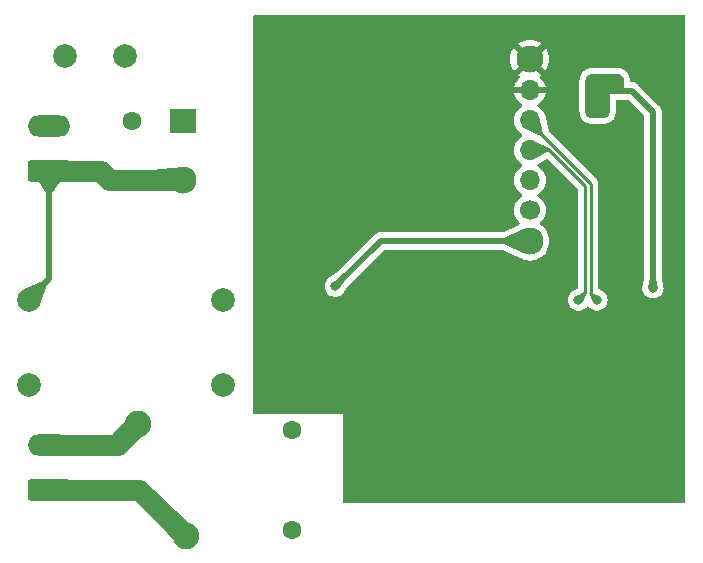
<source format=gbr>
%TF.GenerationSoftware,KiCad,Pcbnew,7.0.5-0*%
%TF.CreationDate,2023-10-21T17:04:42+08:00*%
%TF.ProjectId,Energy,456e6572-6779-42e6-9b69-6361645f7063,rev?*%
%TF.SameCoordinates,Original*%
%TF.FileFunction,Copper,L2,Bot*%
%TF.FilePolarity,Positive*%
%FSLAX46Y46*%
G04 Gerber Fmt 4.6, Leading zero omitted, Abs format (unit mm)*
G04 Created by KiCad (PCBNEW 7.0.5-0) date 2023-10-21 17:04:42*
%MOMM*%
%LPD*%
G01*
G04 APERTURE LIST*
G04 Aperture macros list*
%AMRoundRect*
0 Rectangle with rounded corners*
0 $1 Rounding radius*
0 $2 $3 $4 $5 $6 $7 $8 $9 X,Y pos of 4 corners*
0 Add a 4 corners polygon primitive as box body*
4,1,4,$2,$3,$4,$5,$6,$7,$8,$9,$2,$3,0*
0 Add four circle primitives for the rounded corners*
1,1,$1+$1,$2,$3*
1,1,$1+$1,$4,$5*
1,1,$1+$1,$6,$7*
1,1,$1+$1,$8,$9*
0 Add four rect primitives between the rounded corners*
20,1,$1+$1,$2,$3,$4,$5,0*
20,1,$1+$1,$4,$5,$6,$7,0*
20,1,$1+$1,$6,$7,$8,$9,0*
20,1,$1+$1,$8,$9,$2,$3,0*%
G04 Aperture macros list end*
%TA.AperFunction,ComponentPad*%
%ADD10C,2.000000*%
%TD*%
%TA.AperFunction,ComponentPad*%
%ADD11RoundRect,0.250000X1.550000X-0.650000X1.550000X0.650000X-1.550000X0.650000X-1.550000X-0.650000X0*%
%TD*%
%TA.AperFunction,ComponentPad*%
%ADD12O,3.600000X1.800000*%
%TD*%
%TA.AperFunction,ComponentPad*%
%ADD13C,2.250000*%
%TD*%
%TA.AperFunction,ComponentPad*%
%ADD14C,1.600000*%
%TD*%
%TA.AperFunction,ComponentPad*%
%ADD15R,2.300000X2.000000*%
%TD*%
%TA.AperFunction,ComponentPad*%
%ADD16C,2.300000*%
%TD*%
%TA.AperFunction,ComponentPad*%
%ADD17C,1.700000*%
%TD*%
%TA.AperFunction,ComponentPad*%
%ADD18O,1.700000X1.700000*%
%TD*%
%TA.AperFunction,ViaPad*%
%ADD19C,0.800000*%
%TD*%
%TA.AperFunction,Conductor*%
%ADD20C,0.500000*%
%TD*%
%TA.AperFunction,Conductor*%
%ADD21C,1.800000*%
%TD*%
%TA.AperFunction,Conductor*%
%ADD22C,0.250000*%
%TD*%
G04 APERTURE END LIST*
D10*
%TO.P,L3,1,1*%
%TO.N,/N*%
X109400000Y-59600000D03*
%TO.P,L3,2,2*%
%TO.N,Net-(L3-Pad2)*%
X109400000Y-66800000D03*
%TO.P,L3,3,3*%
%TO.N,GND*%
X125900000Y-59600000D03*
%TO.P,L3,4,4*%
%TO.N,Net-(L3-Pad4)*%
X125900000Y-66800000D03*
%TD*%
D11*
%TO.P,J2,1,Pin_1*%
%TO.N,/CT1*%
X111142500Y-75687500D03*
D12*
%TO.P,J2,2,Pin_2*%
%TO.N,/CT2*%
X111142500Y-71877500D03*
%TD*%
D10*
%TO.P,F1,1*%
%TO.N,Net-(J1-Pin_2)*%
X112460000Y-38930000D03*
%TO.P,F1,2*%
%TO.N,/L*%
X117540000Y-38940000D03*
%TD*%
D13*
%TO.P,L1,1,1*%
%TO.N,/CT1*%
X122700000Y-79630000D03*
%TO.P,L1,2,2*%
%TO.N,/CT2*%
X118700000Y-70130000D03*
D14*
%TO.P,L1,3,3*%
%TO.N,GND*%
X131700000Y-70630000D03*
%TO.P,L1,4,4*%
%TO.N,Net-(L1-Pad4)*%
X131700000Y-79130000D03*
%TD*%
D15*
%TO.P,PS1,1,AC/L*%
%TO.N,/L*%
X122437500Y-44430000D03*
D16*
%TO.P,PS1,2,AC/N*%
%TO.N,/N*%
X122437500Y-49430000D03*
%TO.P,PS1,3,-Vout*%
%TO.N,GND*%
X151837500Y-39230000D03*
%TO.P,PS1,4,+Vout*%
%TO.N,+5V*%
X151837500Y-54630000D03*
%TD*%
D11*
%TO.P,J1,1,Pin_1*%
%TO.N,/N*%
X111142500Y-48740000D03*
D12*
%TO.P,J1,2,Pin_2*%
%TO.N,Net-(J1-Pin_2)*%
X111142500Y-44930000D03*
%TD*%
D14*
%TO.P,RV1,1*%
%TO.N,/L*%
X118120000Y-44430000D03*
%TO.P,RV1,2*%
%TO.N,/N*%
X116220000Y-49430000D03*
%TD*%
D17*
%TO.P,J3,1,Pin_1*%
%TO.N,+5V*%
X151837500Y-52005000D03*
D18*
%TO.P,J3,2,Pin_2*%
%TO.N,Net-(J3-Pin_2)*%
X151837500Y-49465000D03*
%TO.P,J3,3,Pin_3*%
%TO.N,/TX*%
X151837500Y-46925000D03*
%TO.P,J3,4,Pin_4*%
%TO.N,Net-(J3-Pin_4)*%
X151837500Y-44385000D03*
%TO.P,J3,5,Pin_5*%
%TO.N,GND*%
X151837500Y-41845000D03*
%TD*%
D19*
%TO.N,GND*%
X134000000Y-68700000D03*
X142400000Y-75400000D03*
X138800000Y-75400000D03*
%TO.N,+5V*%
X135370000Y-58460000D03*
%TO.N,GND*%
X161610000Y-39390000D03*
X134000000Y-66700000D03*
X160360000Y-54380000D03*
X160340000Y-39390000D03*
X131600000Y-60600000D03*
X140750000Y-49990000D03*
X153430000Y-74230000D03*
X139480000Y-49990000D03*
X154700000Y-75500000D03*
X139480000Y-48720000D03*
X140750000Y-48720000D03*
X131600000Y-61870000D03*
X130330000Y-61870000D03*
X141800000Y-66600000D03*
X153430000Y-75500000D03*
X130330000Y-60600000D03*
X154700000Y-74230000D03*
X159090000Y-54380000D03*
%TO.N,+3V3*%
X158000000Y-41900000D03*
X158000000Y-40950000D03*
X157000000Y-41900000D03*
X162260000Y-58590000D03*
X157000000Y-40950000D03*
%TO.N,/TX*%
X155950000Y-59630000D03*
%TO.N,Net-(J3-Pin_4)*%
X157530000Y-59630000D03*
%TD*%
D20*
%TO.N,+5V*%
X139200000Y-54630000D02*
X151837500Y-54630000D01*
X135370000Y-58460000D02*
X139200000Y-54630000D01*
%TO.N,+3V3*%
X162260000Y-43710000D02*
X160450000Y-41900000D01*
X160450000Y-41900000D02*
X158000000Y-41900000D01*
X162260000Y-58590000D02*
X162260000Y-43710000D01*
%TO.N,/N*%
X111142500Y-57857500D02*
X111142500Y-48740000D01*
X109400000Y-59600000D02*
X111142500Y-57857500D01*
D21*
X115530000Y-48740000D02*
X111142500Y-48740000D01*
X116220000Y-49430000D02*
X115530000Y-48740000D01*
X116220000Y-49430000D02*
X122437500Y-49430000D01*
%TO.N,/CT1*%
X111142500Y-75687500D02*
X118757500Y-75687500D01*
X118757500Y-75687500D02*
X122700000Y-79630000D01*
%TO.N,/CT2*%
X111142500Y-71877500D02*
X116952500Y-71877500D01*
X116952500Y-71877500D02*
X118700000Y-70130000D01*
D22*
%TO.N,/TX*%
X153488604Y-46925000D02*
X151837500Y-46925000D01*
X155950000Y-59630000D02*
X156550000Y-59030000D01*
X156550000Y-49986396D02*
X153488604Y-46925000D01*
X156550000Y-59030000D02*
X156550000Y-49986396D01*
%TO.N,Net-(J3-Pin_4)*%
X157000000Y-59100000D02*
X157000000Y-49800000D01*
X157530000Y-59630000D02*
X157000000Y-59100000D01*
X157000000Y-49800000D02*
X151837500Y-44637500D01*
X151837500Y-44637500D02*
X151837500Y-44385000D01*
%TD*%
%TA.AperFunction,Conductor*%
%TO.N,+3V3*%
G36*
X159304031Y-40500530D02*
G01*
X159395879Y-40512622D01*
X159413223Y-40514906D01*
X159444491Y-40523284D01*
X159534918Y-40560740D01*
X159562952Y-40576925D01*
X159640602Y-40636509D01*
X159663491Y-40659398D01*
X159723074Y-40737048D01*
X159739259Y-40765081D01*
X159776715Y-40855508D01*
X159785093Y-40886775D01*
X159799469Y-40995964D01*
X159800000Y-41004065D01*
X159800000Y-41695934D01*
X159799469Y-41704035D01*
X159785093Y-41813224D01*
X159776715Y-41844491D01*
X159739259Y-41934918D01*
X159723074Y-41962951D01*
X159663491Y-42040601D01*
X159640601Y-42063491D01*
X159562951Y-42123074D01*
X159534918Y-42139259D01*
X159444491Y-42176715D01*
X159413224Y-42185093D01*
X159324783Y-42196737D01*
X159304031Y-42199469D01*
X159295934Y-42200000D01*
X158600000Y-42200000D01*
X158600000Y-42700000D01*
X158600000Y-42700006D01*
X158600000Y-43695934D01*
X158599469Y-43704035D01*
X158585093Y-43813224D01*
X158576715Y-43844491D01*
X158539259Y-43934918D01*
X158523074Y-43962951D01*
X158463491Y-44040601D01*
X158440601Y-44063491D01*
X158362951Y-44123074D01*
X158334918Y-44139259D01*
X158244491Y-44176715D01*
X158213224Y-44185093D01*
X158124783Y-44196737D01*
X158104031Y-44199469D01*
X158095934Y-44200000D01*
X157054066Y-44200000D01*
X157045968Y-44199469D01*
X157022457Y-44196374D01*
X156936775Y-44185093D01*
X156905508Y-44176715D01*
X156815081Y-44139259D01*
X156787048Y-44123074D01*
X156709398Y-44063491D01*
X156686508Y-44040601D01*
X156626925Y-43962951D01*
X156610740Y-43934918D01*
X156573284Y-43844491D01*
X156564906Y-43813223D01*
X156550531Y-43704035D01*
X156550000Y-43695933D01*
X156550000Y-41004066D01*
X156550531Y-40995964D01*
X156564906Y-40886776D01*
X156573284Y-40855508D01*
X156610740Y-40765081D01*
X156626923Y-40737050D01*
X156686513Y-40659392D01*
X156709392Y-40636513D01*
X156787050Y-40576923D01*
X156815079Y-40560740D01*
X156905509Y-40523283D01*
X156936775Y-40514906D01*
X157045967Y-40500530D01*
X157054067Y-40500000D01*
X159295933Y-40500000D01*
X159304031Y-40500530D01*
G37*
%TD.AperFunction*%
%TD*%
%TA.AperFunction,Conductor*%
%TO.N,GND*%
G36*
X164942539Y-35520185D02*
G01*
X164988294Y-35572989D01*
X164999500Y-35624500D01*
X164999500Y-76686000D01*
X164979815Y-76753039D01*
X164927011Y-76798794D01*
X164875500Y-76810000D01*
X136124000Y-76810000D01*
X136056961Y-76790315D01*
X136011206Y-76737511D01*
X136000000Y-76686000D01*
X136000000Y-69300000D01*
X128524000Y-69300000D01*
X128456961Y-69280315D01*
X128411206Y-69227511D01*
X128400000Y-69176000D01*
X128400000Y-58460000D01*
X134464540Y-58460000D01*
X134484326Y-58648256D01*
X134484327Y-58648259D01*
X134542818Y-58828277D01*
X134542821Y-58828284D01*
X134637467Y-58992216D01*
X134748311Y-59115320D01*
X134764129Y-59132888D01*
X134917265Y-59244148D01*
X134917270Y-59244151D01*
X135090192Y-59321142D01*
X135090197Y-59321144D01*
X135275354Y-59360500D01*
X135275355Y-59360500D01*
X135464644Y-59360500D01*
X135464646Y-59360500D01*
X135649803Y-59321144D01*
X135822730Y-59244151D01*
X135975871Y-59132888D01*
X136102533Y-58992216D01*
X136143589Y-58921102D01*
X136146087Y-58917134D01*
X136511935Y-58382432D01*
X136526583Y-58364783D01*
X139474548Y-55416819D01*
X139535872Y-55383334D01*
X139562230Y-55380500D01*
X149535412Y-55380500D01*
X149588487Y-55392433D01*
X150264418Y-55712557D01*
X151036391Y-56078168D01*
X151036405Y-56078174D01*
X151036407Y-56078175D01*
X151051018Y-56084513D01*
X151058750Y-56088533D01*
X151085872Y-56105154D01*
X151325890Y-56204573D01*
X151578506Y-56265221D01*
X151837500Y-56285604D01*
X152096494Y-56265221D01*
X152349110Y-56204573D01*
X152589128Y-56105154D01*
X152810640Y-55969412D01*
X153008189Y-55800689D01*
X153176912Y-55603140D01*
X153312654Y-55381628D01*
X153412073Y-55141610D01*
X153472721Y-54888994D01*
X153493104Y-54630000D01*
X153472721Y-54371006D01*
X153412073Y-54118390D01*
X153319442Y-53894759D01*
X153312656Y-53878376D01*
X153310410Y-53874711D01*
X153176912Y-53656860D01*
X153008189Y-53459311D01*
X152877579Y-53347759D01*
X152810637Y-53290585D01*
X152810634Y-53290584D01*
X152728465Y-53240230D01*
X152681590Y-53188418D01*
X152670167Y-53119488D01*
X152697825Y-53055326D01*
X152705574Y-53046822D01*
X152716863Y-53035533D01*
X152875995Y-52876401D01*
X153011535Y-52682830D01*
X153111403Y-52468663D01*
X153172563Y-52240408D01*
X153193159Y-52005000D01*
X153172563Y-51769592D01*
X153111403Y-51541337D01*
X153011535Y-51327171D01*
X152875995Y-51133599D01*
X152875994Y-51133597D01*
X152708902Y-50966506D01*
X152708901Y-50966505D01*
X152523342Y-50836575D01*
X152523341Y-50836574D01*
X152479716Y-50781997D01*
X152472524Y-50712498D01*
X152504046Y-50650144D01*
X152523336Y-50633428D01*
X152708901Y-50503495D01*
X152875995Y-50336401D01*
X153011535Y-50142830D01*
X153111403Y-49928663D01*
X153172563Y-49700408D01*
X153193159Y-49465000D01*
X153172563Y-49229592D01*
X153111403Y-49001337D01*
X153011535Y-48787171D01*
X152875995Y-48593599D01*
X152875994Y-48593597D01*
X152708902Y-48426506D01*
X152708896Y-48426501D01*
X152523542Y-48296715D01*
X152479917Y-48242138D01*
X152472723Y-48172640D01*
X152504246Y-48110285D01*
X152537395Y-48085158D01*
X153263463Y-47707094D01*
X153332014Y-47693593D01*
X153396984Y-47719296D01*
X153408411Y-47729397D01*
X155888182Y-50209168D01*
X155921666Y-50270489D01*
X155924500Y-50296847D01*
X155924500Y-58568181D01*
X155904815Y-58635220D01*
X155852011Y-58680975D01*
X155851514Y-58681201D01*
X155599279Y-58795050D01*
X155558536Y-58815705D01*
X155553610Y-58818816D01*
X155553294Y-58818316D01*
X155536200Y-58828515D01*
X155497271Y-58845847D01*
X155497267Y-58845849D01*
X155344129Y-58957111D01*
X155217466Y-59097785D01*
X155122821Y-59261715D01*
X155122818Y-59261722D01*
X155086289Y-59374148D01*
X155064326Y-59441744D01*
X155044540Y-59630000D01*
X155064326Y-59818256D01*
X155064327Y-59818259D01*
X155122818Y-59998277D01*
X155122821Y-59998284D01*
X155217467Y-60162216D01*
X155252150Y-60200735D01*
X155344129Y-60302888D01*
X155497265Y-60414148D01*
X155497270Y-60414151D01*
X155670192Y-60491142D01*
X155670197Y-60491144D01*
X155855354Y-60530500D01*
X155855355Y-60530500D01*
X156044644Y-60530500D01*
X156044646Y-60530500D01*
X156229803Y-60491144D01*
X156402730Y-60414151D01*
X156555871Y-60302888D01*
X156647850Y-60200734D01*
X156707337Y-60164086D01*
X156777194Y-60165417D01*
X156832150Y-60200735D01*
X156924129Y-60302888D01*
X157077265Y-60414148D01*
X157077270Y-60414151D01*
X157250192Y-60491142D01*
X157250197Y-60491144D01*
X157435354Y-60530500D01*
X157435355Y-60530500D01*
X157624644Y-60530500D01*
X157624646Y-60530500D01*
X157809803Y-60491144D01*
X157982730Y-60414151D01*
X158135871Y-60302888D01*
X158262533Y-60162216D01*
X158357179Y-59998284D01*
X158415674Y-59818256D01*
X158435460Y-59630000D01*
X158415674Y-59441744D01*
X158357179Y-59261716D01*
X158262533Y-59097784D01*
X158135871Y-58957112D01*
X158086342Y-58921127D01*
X157982730Y-58845848D01*
X157887179Y-58803306D01*
X157882451Y-58800955D01*
X157866087Y-58791927D01*
X157850497Y-58783326D01*
X157705662Y-58728588D01*
X157649911Y-58686475D01*
X157625779Y-58620905D01*
X157625500Y-58612596D01*
X157625500Y-49882742D01*
X157627224Y-49867122D01*
X157626939Y-49867095D01*
X157627673Y-49859333D01*
X157625531Y-49791139D01*
X157625500Y-49789192D01*
X157625500Y-49760656D01*
X157625500Y-49760650D01*
X157624631Y-49753779D01*
X157624173Y-49747952D01*
X157622710Y-49701373D01*
X157617119Y-49682130D01*
X157613173Y-49663078D01*
X157610664Y-49643208D01*
X157593504Y-49599867D01*
X157591624Y-49594379D01*
X157578618Y-49549610D01*
X157568419Y-49532364D01*
X157559858Y-49514888D01*
X157552487Y-49496270D01*
X157552486Y-49496268D01*
X157525090Y-49458560D01*
X157521892Y-49453691D01*
X157498173Y-49413583D01*
X157498166Y-49413574D01*
X157484005Y-49399413D01*
X157471370Y-49384620D01*
X157459593Y-49368412D01*
X157423693Y-49338713D01*
X157419381Y-49334790D01*
X153464054Y-45379463D01*
X153430884Y-45319547D01*
X153179955Y-44227262D01*
X153178616Y-44218781D01*
X153172563Y-44149592D01*
X153113209Y-43928078D01*
X153111405Y-43921344D01*
X153111402Y-43921335D01*
X153099409Y-43895617D01*
X153076484Y-43846454D01*
X153075671Y-43844632D01*
X153069237Y-43829572D01*
X153069235Y-43829569D01*
X153067296Y-43826203D01*
X153064825Y-43821452D01*
X153042560Y-43773705D01*
X153011535Y-43707171D01*
X153009458Y-43704204D01*
X156044500Y-43704204D01*
X156045041Y-43720738D01*
X156045042Y-43720756D01*
X156045043Y-43720781D01*
X156046652Y-43745322D01*
X156046654Y-43745349D01*
X156048276Y-43761815D01*
X156048277Y-43761822D01*
X156065891Y-43895610D01*
X156072343Y-43928051D01*
X156072349Y-43928078D01*
X156089286Y-43991292D01*
X156089296Y-43991323D01*
X156099925Y-44022636D01*
X156099933Y-44022656D01*
X156150050Y-44143649D01*
X156164691Y-44173338D01*
X156197424Y-44230035D01*
X156197438Y-44230056D01*
X156215807Y-44257547D01*
X156215813Y-44257556D01*
X156295542Y-44361459D01*
X156295557Y-44361476D01*
X156317367Y-44386346D01*
X156363652Y-44432631D01*
X156388522Y-44454441D01*
X156388539Y-44454456D01*
X156492442Y-44534185D01*
X156492451Y-44534191D01*
X156519942Y-44552560D01*
X156519963Y-44552574D01*
X156519965Y-44552575D01*
X156576661Y-44585308D01*
X156606346Y-44599947D01*
X156727350Y-44650069D01*
X156727360Y-44650073D01*
X156727370Y-44650076D01*
X156758670Y-44660701D01*
X156758681Y-44660704D01*
X156758690Y-44660707D01*
X156821926Y-44677651D01*
X156854386Y-44684108D01*
X156988183Y-44701723D01*
X156988214Y-44701726D01*
X156988222Y-44701727D01*
X156998294Y-44702719D01*
X157004641Y-44703345D01*
X157011684Y-44703806D01*
X157029215Y-44704956D01*
X157029227Y-44704956D01*
X157029248Y-44704958D01*
X157045790Y-44705500D01*
X157045805Y-44705500D01*
X158104195Y-44705500D01*
X158104211Y-44705500D01*
X158120755Y-44704958D01*
X158120787Y-44704955D01*
X158120807Y-44704955D01*
X158131037Y-44704283D01*
X158145361Y-44703344D01*
X158161817Y-44701723D01*
X158295613Y-44684108D01*
X158328073Y-44677651D01*
X158391309Y-44660707D01*
X158391321Y-44660702D01*
X158391328Y-44660701D01*
X158422628Y-44650076D01*
X158422638Y-44650073D01*
X158422641Y-44650071D01*
X158422649Y-44650069D01*
X158543653Y-44599947D01*
X158573338Y-44585308D01*
X158630034Y-44552575D01*
X158657552Y-44534188D01*
X158761459Y-44454457D01*
X158786342Y-44432635D01*
X158832635Y-44386342D01*
X158854457Y-44361459D01*
X158934188Y-44257552D01*
X158952575Y-44230034D01*
X158985308Y-44173338D01*
X158999947Y-44143653D01*
X159050069Y-44022649D01*
X159050074Y-44022636D01*
X159050076Y-44022628D01*
X159060701Y-43991328D01*
X159060702Y-43991322D01*
X159060707Y-43991309D01*
X159077651Y-43928074D01*
X159084108Y-43895615D01*
X159101724Y-43761819D01*
X159103345Y-43745353D01*
X159104959Y-43720743D01*
X159105500Y-43704206D01*
X159105500Y-42829499D01*
X159125185Y-42762461D01*
X159177989Y-42716706D01*
X159229500Y-42705500D01*
X159304195Y-42705500D01*
X159304211Y-42705500D01*
X159320755Y-42704958D01*
X159320787Y-42704955D01*
X159320807Y-42704955D01*
X159331037Y-42704283D01*
X159345361Y-42703344D01*
X159361817Y-42701723D01*
X159495613Y-42684108D01*
X159528073Y-42677651D01*
X159591309Y-42660707D01*
X159601994Y-42657079D01*
X159641851Y-42650500D01*
X160087770Y-42650500D01*
X160154809Y-42670185D01*
X160175451Y-42686819D01*
X161473181Y-43984548D01*
X161506666Y-44045871D01*
X161509500Y-44072229D01*
X161509500Y-57704823D01*
X161507376Y-57727675D01*
X161390817Y-58349322D01*
X161388843Y-58357061D01*
X161374326Y-58401743D01*
X161374325Y-58401746D01*
X161366088Y-58480114D01*
X161365367Y-58485049D01*
X161363619Y-58494376D01*
X161363613Y-58494413D01*
X161360397Y-58517312D01*
X161360395Y-58517328D01*
X161359111Y-58530977D01*
X161359110Y-58530997D01*
X161359172Y-58542327D01*
X161358833Y-58549144D01*
X161356833Y-58568181D01*
X161354540Y-58590000D01*
X161374326Y-58778256D01*
X161374327Y-58778259D01*
X161432818Y-58958277D01*
X161432821Y-58958284D01*
X161527467Y-59122216D01*
X161637255Y-59244148D01*
X161654129Y-59262888D01*
X161807265Y-59374148D01*
X161807270Y-59374151D01*
X161980192Y-59451142D01*
X161980197Y-59451144D01*
X162165354Y-59490500D01*
X162165355Y-59490500D01*
X162354644Y-59490500D01*
X162354646Y-59490500D01*
X162539803Y-59451144D01*
X162712730Y-59374151D01*
X162865871Y-59262888D01*
X162992533Y-59122216D01*
X163087179Y-58958284D01*
X163145674Y-58778256D01*
X163165460Y-58590000D01*
X163155412Y-58494400D01*
X163154479Y-58485522D01*
X163154378Y-58484141D01*
X163153825Y-58479307D01*
X163145674Y-58401744D01*
X163136311Y-58372929D01*
X163131152Y-58357053D01*
X163129182Y-58349328D01*
X163012624Y-57727675D01*
X163010500Y-57704826D01*
X163010500Y-43773705D01*
X163011809Y-43755736D01*
X163015289Y-43731974D01*
X163010736Y-43679934D01*
X163010500Y-43674528D01*
X163010500Y-43666296D01*
X163010500Y-43666291D01*
X163006795Y-43634602D01*
X163006618Y-43632876D01*
X162999999Y-43557203D01*
X162999999Y-43557201D01*
X162998539Y-43550129D01*
X162998597Y-43550116D01*
X162996965Y-43542757D01*
X162996906Y-43542772D01*
X162995241Y-43535751D01*
X162995241Y-43535745D01*
X162969267Y-43464382D01*
X162968691Y-43462723D01*
X162944814Y-43390666D01*
X162944810Y-43390659D01*
X162941760Y-43384118D01*
X162941815Y-43384091D01*
X162938533Y-43377313D01*
X162938480Y-43377340D01*
X162935236Y-43370881D01*
X162893529Y-43307470D01*
X162892560Y-43305949D01*
X162852710Y-43241342D01*
X162848234Y-43235682D01*
X162848281Y-43235644D01*
X162843519Y-43229799D01*
X162843473Y-43229838D01*
X162838835Y-43224312D01*
X162838830Y-43224304D01*
X162783585Y-43172182D01*
X162782359Y-43170991D01*
X161025728Y-41414360D01*
X161013949Y-41400730D01*
X161006482Y-41390701D01*
X160999612Y-41381472D01*
X160999610Y-41381470D01*
X160959587Y-41347886D01*
X160955612Y-41344244D01*
X160952690Y-41341322D01*
X160949779Y-41338410D01*
X160924736Y-41318609D01*
X160923338Y-41317470D01*
X160865214Y-41268698D01*
X160859180Y-41264729D01*
X160859212Y-41264680D01*
X160852853Y-41260628D01*
X160852822Y-41260679D01*
X160846680Y-41256891D01*
X160846678Y-41256890D01*
X160846677Y-41256889D01*
X160777872Y-41224804D01*
X160776252Y-41224019D01*
X160736512Y-41204061D01*
X160708433Y-41189960D01*
X160708431Y-41189959D01*
X160708430Y-41189959D01*
X160701645Y-41187489D01*
X160701665Y-41187433D01*
X160694549Y-41184959D01*
X160694531Y-41185015D01*
X160687674Y-41182743D01*
X160613328Y-41167391D01*
X160611569Y-41167001D01*
X160537718Y-41149499D01*
X160530547Y-41148661D01*
X160530553Y-41148601D01*
X160523055Y-41147835D01*
X160523050Y-41147895D01*
X160515860Y-41147265D01*
X160439968Y-41149474D01*
X160438165Y-41149500D01*
X160429500Y-41149500D01*
X160362461Y-41129815D01*
X160316706Y-41077011D01*
X160305500Y-41025500D01*
X160305500Y-40995814D01*
X160305500Y-40995793D01*
X160304959Y-40979256D01*
X160303345Y-40954646D01*
X160301724Y-40938180D01*
X160284108Y-40804384D01*
X160277651Y-40771925D01*
X160260707Y-40708690D01*
X160260703Y-40708680D01*
X160260701Y-40708670D01*
X160250076Y-40677370D01*
X160250073Y-40677360D01*
X160227280Y-40622334D01*
X160199947Y-40556346D01*
X160185308Y-40526661D01*
X160152575Y-40469965D01*
X160134191Y-40442451D01*
X160134185Y-40442442D01*
X160054456Y-40338539D01*
X160054441Y-40338522D01*
X160032631Y-40313652D01*
X159986340Y-40267362D01*
X159961464Y-40245546D01*
X159857558Y-40165814D01*
X159857556Y-40165813D01*
X159830045Y-40147431D01*
X159830030Y-40147421D01*
X159773333Y-40114688D01*
X159743643Y-40100046D01*
X159622669Y-40049938D01*
X159622662Y-40049935D01*
X159622651Y-40049931D01*
X159622648Y-40049930D01*
X159616436Y-40047821D01*
X159591306Y-40039290D01*
X159528059Y-40022344D01*
X159495612Y-40015891D01*
X159361816Y-39998275D01*
X159361784Y-39998271D01*
X159345320Y-39996650D01*
X159345304Y-39996649D01*
X159320723Y-39995040D01*
X159304210Y-39994500D01*
X159304193Y-39994500D01*
X157045809Y-39994500D01*
X157045780Y-39994500D01*
X157029309Y-39995038D01*
X157004712Y-39996648D01*
X156988199Y-39998273D01*
X156988170Y-39998276D01*
X156854390Y-40015890D01*
X156821931Y-40022346D01*
X156821919Y-40022349D01*
X156758694Y-40039289D01*
X156727348Y-40049930D01*
X156727346Y-40049931D01*
X156606340Y-40100053D01*
X156576651Y-40114694D01*
X156519974Y-40147417D01*
X156492448Y-40165809D01*
X156388522Y-40245556D01*
X156363653Y-40267366D01*
X156317366Y-40313653D01*
X156295556Y-40338522D01*
X156215801Y-40442459D01*
X156197432Y-40469951D01*
X156197410Y-40469986D01*
X156164693Y-40526656D01*
X156150049Y-40556351D01*
X156099933Y-40677340D01*
X156099932Y-40677345D01*
X156089293Y-40708685D01*
X156089286Y-40708706D01*
X156072349Y-40771920D01*
X156072343Y-40771947D01*
X156065892Y-40804384D01*
X156065891Y-40804389D01*
X156048276Y-40938184D01*
X156046654Y-40954650D01*
X156046652Y-40954676D01*
X156046651Y-40954676D01*
X156045043Y-40979217D01*
X156045042Y-40979243D01*
X156045041Y-40979261D01*
X156044500Y-40995795D01*
X156044500Y-43704204D01*
X153009458Y-43704204D01*
X152875994Y-43513597D01*
X152708902Y-43346506D01*
X152708901Y-43346505D01*
X152522905Y-43216269D01*
X152479281Y-43161692D01*
X152472088Y-43092193D01*
X152503610Y-43029839D01*
X152522905Y-43013119D01*
X152708582Y-42883105D01*
X152875605Y-42716082D01*
X153011100Y-42522578D01*
X153110929Y-42308492D01*
X153110932Y-42308486D01*
X153168136Y-42095000D01*
X152271186Y-42095000D01*
X152296993Y-42054844D01*
X152337500Y-41916889D01*
X152337500Y-41773111D01*
X152296993Y-41635156D01*
X152271186Y-41595000D01*
X153168136Y-41595000D01*
X153168135Y-41594999D01*
X153110932Y-41381513D01*
X153110929Y-41381507D01*
X153011100Y-41167422D01*
X153011099Y-41167420D01*
X152875613Y-40973926D01*
X152875608Y-40973920D01*
X152710970Y-40809282D01*
X152677485Y-40747959D01*
X152682469Y-40678267D01*
X152724341Y-40622334D01*
X152733862Y-40615873D01*
X152810346Y-40569004D01*
X152817144Y-40563197D01*
X151970033Y-39716086D01*
X151979815Y-39714680D01*
X152110600Y-39654952D01*
X152219261Y-39560798D01*
X152296993Y-39439844D01*
X152320576Y-39359523D01*
X153170697Y-40209644D01*
X153176505Y-40202844D01*
X153312207Y-39981400D01*
X153312209Y-39981397D01*
X153411593Y-39741462D01*
X153411598Y-39741445D01*
X153472225Y-39488912D01*
X153492601Y-39230000D01*
X153472225Y-38971087D01*
X153411598Y-38718554D01*
X153411593Y-38718537D01*
X153312209Y-38478602D01*
X153312207Y-38478599D01*
X153176507Y-38257157D01*
X153170697Y-38250354D01*
X152320576Y-39100475D01*
X152296993Y-39020156D01*
X152219261Y-38899202D01*
X152110600Y-38805048D01*
X151979815Y-38745320D01*
X151970034Y-38743913D01*
X152817145Y-37896801D01*
X152810343Y-37890993D01*
X152810342Y-37890992D01*
X152588900Y-37755292D01*
X152588897Y-37755290D01*
X152348962Y-37655906D01*
X152348945Y-37655901D01*
X152096411Y-37595274D01*
X152096412Y-37595274D01*
X151837500Y-37574898D01*
X151578587Y-37595274D01*
X151326054Y-37655901D01*
X151326037Y-37655906D01*
X151086102Y-37755290D01*
X151086099Y-37755292D01*
X150864655Y-37890993D01*
X150857853Y-37896800D01*
X151704966Y-38743913D01*
X151695185Y-38745320D01*
X151564400Y-38805048D01*
X151455739Y-38899202D01*
X151378007Y-39020156D01*
X151354423Y-39100476D01*
X150504300Y-38250353D01*
X150498493Y-38257155D01*
X150362792Y-38478599D01*
X150362790Y-38478602D01*
X150263406Y-38718537D01*
X150263401Y-38718554D01*
X150202774Y-38971087D01*
X150182398Y-39230000D01*
X150202774Y-39488912D01*
X150263401Y-39741445D01*
X150263406Y-39741462D01*
X150362790Y-39981397D01*
X150362792Y-39981400D01*
X150498492Y-40202842D01*
X150498493Y-40202843D01*
X150504301Y-40209644D01*
X151354422Y-39359523D01*
X151378007Y-39439844D01*
X151455739Y-39560798D01*
X151564400Y-39654952D01*
X151695185Y-39714680D01*
X151704966Y-39716086D01*
X150857854Y-40563197D01*
X150864657Y-40569007D01*
X150941137Y-40615875D01*
X150988012Y-40667687D01*
X150999435Y-40736617D01*
X150971777Y-40800779D01*
X150964029Y-40809283D01*
X150799386Y-40973926D01*
X150663900Y-41167420D01*
X150663899Y-41167422D01*
X150564070Y-41381507D01*
X150564067Y-41381513D01*
X150506864Y-41594999D01*
X150506864Y-41595000D01*
X151403814Y-41595000D01*
X151378007Y-41635156D01*
X151337500Y-41773111D01*
X151337500Y-41916889D01*
X151378007Y-42054844D01*
X151403814Y-42095000D01*
X150506864Y-42095000D01*
X150564067Y-42308486D01*
X150564070Y-42308492D01*
X150663899Y-42522578D01*
X150799394Y-42716082D01*
X150966417Y-42883105D01*
X151152095Y-43013119D01*
X151195719Y-43067696D01*
X151202912Y-43137195D01*
X151171390Y-43199549D01*
X151152095Y-43216269D01*
X150966094Y-43346508D01*
X150799005Y-43513597D01*
X150663465Y-43707169D01*
X150663464Y-43707171D01*
X150563598Y-43921335D01*
X150563594Y-43921344D01*
X150502438Y-44149586D01*
X150502436Y-44149596D01*
X150481841Y-44384999D01*
X150481841Y-44385000D01*
X150502436Y-44620403D01*
X150502438Y-44620413D01*
X150563594Y-44848655D01*
X150563596Y-44848659D01*
X150563597Y-44848663D01*
X150663464Y-45062829D01*
X150663465Y-45062830D01*
X150663467Y-45062834D01*
X150799001Y-45256395D01*
X150799006Y-45256402D01*
X150966097Y-45423493D01*
X150966103Y-45423498D01*
X151151658Y-45553425D01*
X151195283Y-45608002D01*
X151202477Y-45677500D01*
X151170954Y-45739855D01*
X151151658Y-45756575D01*
X150966097Y-45886505D01*
X150799005Y-46053597D01*
X150663465Y-46247169D01*
X150663464Y-46247171D01*
X150563598Y-46461335D01*
X150563594Y-46461344D01*
X150502438Y-46689586D01*
X150502436Y-46689596D01*
X150481841Y-46924999D01*
X150481841Y-46925000D01*
X150502436Y-47160403D01*
X150502438Y-47160413D01*
X150563594Y-47388655D01*
X150563596Y-47388659D01*
X150563597Y-47388663D01*
X150663465Y-47602829D01*
X150663465Y-47602830D01*
X150663467Y-47602834D01*
X150799001Y-47796395D01*
X150799006Y-47796402D01*
X150966097Y-47963493D01*
X150966103Y-47963498D01*
X151151658Y-48093425D01*
X151195283Y-48148002D01*
X151202477Y-48217500D01*
X151170954Y-48279855D01*
X151151658Y-48296575D01*
X150966097Y-48426505D01*
X150799005Y-48593597D01*
X150663465Y-48787169D01*
X150663464Y-48787171D01*
X150563598Y-49001335D01*
X150563594Y-49001344D01*
X150502438Y-49229586D01*
X150502436Y-49229596D01*
X150481841Y-49464999D01*
X150481841Y-49465000D01*
X150502436Y-49700403D01*
X150502438Y-49700413D01*
X150563594Y-49928655D01*
X150563596Y-49928659D01*
X150563597Y-49928663D01*
X150663464Y-50142830D01*
X150663465Y-50142830D01*
X150663467Y-50142834D01*
X150799001Y-50336395D01*
X150799006Y-50336402D01*
X150966097Y-50503493D01*
X150966103Y-50503498D01*
X151151658Y-50633425D01*
X151195283Y-50688002D01*
X151202477Y-50757500D01*
X151170954Y-50819855D01*
X151151658Y-50836575D01*
X150966097Y-50966505D01*
X150799005Y-51133597D01*
X150663465Y-51327169D01*
X150663464Y-51327171D01*
X150563598Y-51541335D01*
X150563594Y-51541344D01*
X150502438Y-51769586D01*
X150502436Y-51769596D01*
X150481841Y-52004999D01*
X150481841Y-52005000D01*
X150502436Y-52240403D01*
X150502438Y-52240413D01*
X150563594Y-52468655D01*
X150563596Y-52468659D01*
X150563597Y-52468663D01*
X150663464Y-52682830D01*
X150663465Y-52682830D01*
X150663467Y-52682834D01*
X150799001Y-52876395D01*
X150799006Y-52876402D01*
X150958137Y-53035533D01*
X150991622Y-53096856D01*
X150986638Y-53166548D01*
X150944766Y-53222481D01*
X150923534Y-53235279D01*
X149681920Y-53823315D01*
X149588485Y-53867567D01*
X149535409Y-53879500D01*
X139263705Y-53879500D01*
X139245735Y-53878191D01*
X139221972Y-53874710D01*
X139176533Y-53878686D01*
X139169931Y-53879264D01*
X139164530Y-53879500D01*
X139156283Y-53879500D01*
X139124606Y-53883202D01*
X139122832Y-53883384D01*
X139092390Y-53886047D01*
X139047198Y-53890001D01*
X139040132Y-53891460D01*
X139040120Y-53891404D01*
X139032763Y-53893035D01*
X139032777Y-53893092D01*
X139025740Y-53894760D01*
X138954385Y-53920729D01*
X138952685Y-53921320D01*
X138880668Y-53945185D01*
X138874126Y-53948236D01*
X138874101Y-53948183D01*
X138867308Y-53951471D01*
X138867334Y-53951523D01*
X138860880Y-53954764D01*
X138797468Y-53996470D01*
X138795948Y-53997439D01*
X138731348Y-54037285D01*
X138725683Y-54041765D01*
X138725647Y-54041719D01*
X138719798Y-54046484D01*
X138719835Y-54046528D01*
X138714309Y-54051164D01*
X138662213Y-54106381D01*
X138660957Y-54107674D01*
X135465231Y-57303399D01*
X135447571Y-57318056D01*
X134947680Y-57660087D01*
X134928104Y-57671025D01*
X134917270Y-57675849D01*
X134917267Y-57675851D01*
X134764130Y-57787110D01*
X134764127Y-57787112D01*
X134716770Y-57839708D01*
X134714781Y-57841815D01*
X134704317Y-57852397D01*
X134699400Y-57858745D01*
X134696459Y-57862265D01*
X134637468Y-57927782D01*
X134637464Y-57927787D01*
X134542821Y-58091715D01*
X134542818Y-58091722D01*
X134484327Y-58271740D01*
X134484326Y-58271744D01*
X134464540Y-58460000D01*
X128400000Y-58460000D01*
X128400000Y-35624500D01*
X128419685Y-35557461D01*
X128472489Y-35511706D01*
X128524000Y-35500500D01*
X164875500Y-35500500D01*
X164942539Y-35520185D01*
G37*
%TD.AperFunction*%
%TD*%
%TA.AperFunction,Conductor*%
%TO.N,+5V*%
G36*
X151267895Y-53643400D02*
G01*
X151835111Y-54624141D01*
X151836287Y-54633019D01*
X151835111Y-54635857D01*
X151267895Y-55616599D01*
X151260787Y-55622045D01*
X151252759Y-55621315D01*
X149694192Y-54883169D01*
X149688182Y-54876531D01*
X149687500Y-54872595D01*
X149687500Y-54387404D01*
X149690927Y-54379131D01*
X149694189Y-54376831D01*
X151252759Y-53638683D01*
X151261703Y-53638240D01*
X151267895Y-53643400D01*
G37*
%TD.AperFunction*%
%TD*%
%TA.AperFunction,Conductor*%
%TO.N,+5V*%
G36*
X135765775Y-57724404D02*
G01*
X136105595Y-58064224D01*
X136109022Y-58072497D01*
X136106978Y-58079104D01*
X135660783Y-58731237D01*
X135653283Y-58736130D01*
X135644520Y-58734286D01*
X135642875Y-58732924D01*
X135369272Y-58460686D01*
X135097075Y-58187124D01*
X135093669Y-58178843D01*
X135097117Y-58170578D01*
X135098756Y-58169220D01*
X135750895Y-57723020D01*
X135759658Y-57721177D01*
X135765775Y-57724404D01*
G37*
%TD.AperFunction*%
%TD*%
%TA.AperFunction,Conductor*%
%TO.N,+3V3*%
G36*
X162508563Y-57793427D02*
G01*
X162511790Y-57799544D01*
X162657408Y-58576179D01*
X162655564Y-58584942D01*
X162648064Y-58589835D01*
X162645937Y-58590035D01*
X162260000Y-58590999D01*
X161874062Y-58590035D01*
X161865797Y-58586587D01*
X161862391Y-58578306D01*
X161862591Y-58576179D01*
X162008210Y-57799544D01*
X162013103Y-57792044D01*
X162019710Y-57790000D01*
X162500290Y-57790000D01*
X162508563Y-57793427D01*
G37*
%TD.AperFunction*%
%TD*%
%TA.AperFunction,Conductor*%
%TO.N,/N*%
G36*
X111150769Y-48747278D02*
G01*
X111150778Y-48747287D01*
X112035462Y-49632954D01*
X112038884Y-49641229D01*
X112036669Y-49648073D01*
X111396003Y-50535150D01*
X111388381Y-50539851D01*
X111386518Y-50540000D01*
X110898482Y-50540000D01*
X110890209Y-50536573D01*
X110888997Y-50535150D01*
X110248330Y-49648073D01*
X110246264Y-49639360D01*
X110249535Y-49632956D01*
X111134222Y-48747286D01*
X111142494Y-48743856D01*
X111150769Y-48747278D01*
G37*
%TD.AperFunction*%
%TD*%
%TA.AperFunction,Conductor*%
%TO.N,/N*%
G36*
X110639179Y-58011998D02*
G01*
X110642952Y-58014525D01*
X110985474Y-58357047D01*
X110988901Y-58365320D01*
X110988020Y-58369775D01*
X110328340Y-59971851D01*
X110322021Y-59978196D01*
X110313066Y-59978215D01*
X110313054Y-59978210D01*
X109403784Y-59602562D01*
X109397446Y-59596235D01*
X109397437Y-59596215D01*
X109021789Y-58686945D01*
X109021798Y-58677991D01*
X109028134Y-58671665D01*
X110630226Y-58011979D01*
X110639179Y-58011998D01*
G37*
%TD.AperFunction*%
%TD*%
%TA.AperFunction,Conductor*%
%TO.N,/N*%
G36*
X121874839Y-48433361D02*
G01*
X121877290Y-48436384D01*
X122214398Y-49033229D01*
X122435250Y-49424246D01*
X122436335Y-49433134D01*
X122435250Y-49435753D01*
X121877290Y-50423615D01*
X121870238Y-50429133D01*
X121866367Y-50429538D01*
X120298463Y-50330691D01*
X120290422Y-50326750D01*
X120287500Y-50319016D01*
X120287500Y-48540982D01*
X120290926Y-48532712D01*
X120298460Y-48529308D01*
X121866367Y-48430461D01*
X121874839Y-48433361D01*
G37*
%TD.AperFunction*%
%TD*%
%TA.AperFunction,Conductor*%
%TO.N,/CT1*%
G36*
X121851129Y-77507387D02*
G01*
X123063891Y-78580358D01*
X123067816Y-78588406D01*
X123067170Y-78593016D01*
X122702620Y-79625287D01*
X122696634Y-79631947D01*
X122695249Y-79632504D01*
X121644238Y-79978713D01*
X121635308Y-79978046D01*
X121631807Y-79975344D01*
X120577373Y-78781130D01*
X120574466Y-78772660D01*
X120577869Y-78765114D01*
X121835106Y-77507877D01*
X121843378Y-77504451D01*
X121851129Y-77507387D01*
G37*
%TD.AperFunction*%
%TD*%
%TA.AperFunction,Conductor*%
%TO.N,/CT2*%
G36*
X117644238Y-69781285D02*
G01*
X118695249Y-70127495D01*
X118702034Y-70133339D01*
X118702620Y-70134712D01*
X119067170Y-71166982D01*
X119066694Y-71175924D01*
X119063891Y-71179641D01*
X117851131Y-72252611D01*
X117842664Y-72255526D01*
X117835105Y-72252121D01*
X116577870Y-70994886D01*
X116574443Y-70986613D01*
X116577372Y-70978871D01*
X117631808Y-69784653D01*
X117639851Y-69780721D01*
X117644238Y-69781285D01*
G37*
%TD.AperFunction*%
%TD*%
%TA.AperFunction,Conductor*%
%TO.N,/TX*%
G36*
X152173241Y-46145018D02*
G01*
X152174024Y-46145378D01*
X153597135Y-46863900D01*
X153602976Y-46870688D01*
X153602306Y-46879617D01*
X153600135Y-46882617D01*
X153436063Y-47046690D01*
X153433194Y-47048794D01*
X152174102Y-47704403D01*
X152165181Y-47705185D01*
X152158321Y-47699430D01*
X152157891Y-47698508D01*
X151838652Y-46928777D01*
X151838649Y-46919825D01*
X152157948Y-46151332D01*
X152164286Y-46145009D01*
X152173241Y-46145018D01*
G37*
%TD.AperFunction*%
%TD*%
%TA.AperFunction,Conductor*%
%TO.N,/TX*%
G36*
X156433014Y-58981643D02*
G01*
X156598356Y-59146985D01*
X156601783Y-59155258D01*
X156600747Y-59160071D01*
X156324206Y-59772760D01*
X156317679Y-59778891D01*
X156309090Y-59778767D01*
X155953804Y-59632563D01*
X155947457Y-59626245D01*
X155947436Y-59626195D01*
X155801232Y-59270909D01*
X155801253Y-59261955D01*
X155807237Y-59255794D01*
X156419928Y-58979251D01*
X156428878Y-58978972D01*
X156433014Y-58981643D01*
G37*
%TD.AperFunction*%
%TD*%
%TA.AperFunction,Conductor*%
%TO.N,Net-(J3-Pin_4)*%
G36*
X157127000Y-59050288D02*
G01*
X157671791Y-59256184D01*
X157678318Y-59262313D01*
X157678598Y-59271263D01*
X157678468Y-59271594D01*
X157531858Y-59626500D01*
X157525532Y-59632838D01*
X157525496Y-59632853D01*
X157171478Y-59778533D01*
X157162524Y-59778512D01*
X157156206Y-59772165D01*
X157156122Y-59771956D01*
X156881204Y-59065475D01*
X156881398Y-59056522D01*
X156887865Y-59050328D01*
X156892108Y-59049532D01*
X157122864Y-59049532D01*
X157127000Y-59050288D01*
G37*
%TD.AperFunction*%
%TD*%
%TA.AperFunction,Conductor*%
%TO.N,Net-(J3-Pin_4)*%
G36*
X152618978Y-44065003D02*
G01*
X152625303Y-44071342D01*
X152625892Y-44073188D01*
X152975156Y-45593517D01*
X152973668Y-45602348D01*
X152972026Y-45604410D01*
X152805645Y-45770791D01*
X152797372Y-45774218D01*
X152792389Y-45773103D01*
X152220643Y-45503880D01*
X151522303Y-45175046D01*
X151516278Y-45168421D01*
X151516472Y-45159996D01*
X151834938Y-44388783D01*
X151841259Y-44382448D01*
X152610023Y-44064994D01*
X152618978Y-44065003D01*
G37*
%TD.AperFunction*%
%TD*%
M02*

</source>
